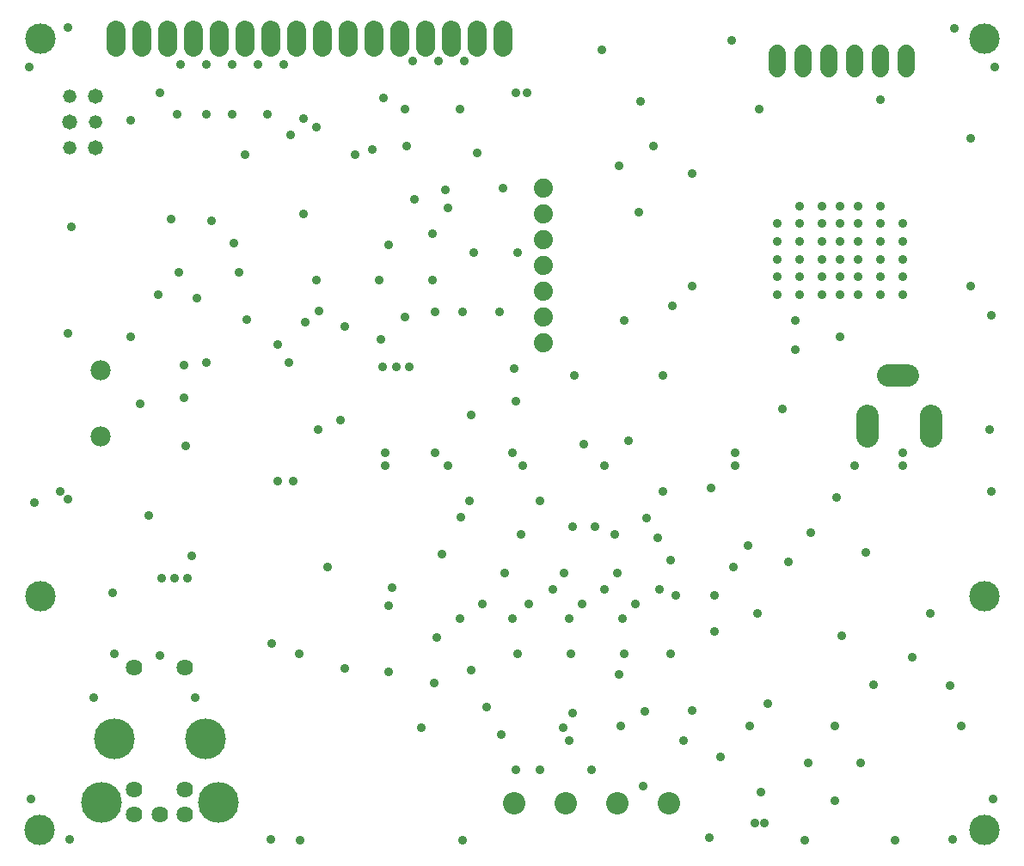
<source format=gbr>
G04 EAGLE Gerber RS-274X export*
G75*
%MOMM*%
%FSLAX34Y34*%
%LPD*%
%INSoldermask Bottom*%
%IPPOS*%
%AMOC8*
5,1,8,0,0,1.08239X$1,22.5*%
G01*
%ADD10C,3.003200*%
%ADD11C,1.879600*%
%ADD12C,1.320800*%
%ADD13C,1.625600*%
%ADD14C,4.019200*%
%ADD15C,2.203200*%
%ADD16C,1.727200*%
%ADD17C,1.879600*%
%ADD18C,2.203200*%
%ADD19C,1.981200*%
%ADD20C,0.909600*%
%ADD21C,1.473200*%


D10*
X24606Y24606D03*
X954881Y24606D03*
D11*
X100013Y796481D02*
X100013Y813245D01*
X125413Y813245D02*
X125413Y796481D01*
X150813Y796481D02*
X150813Y813245D01*
X176213Y813245D02*
X176213Y796481D01*
X201613Y796481D02*
X201613Y813245D01*
X227013Y813245D02*
X227013Y796481D01*
X252413Y796481D02*
X252413Y813245D01*
X277813Y813245D02*
X277813Y796481D01*
X303213Y796481D02*
X303213Y813245D01*
X328613Y813245D02*
X328613Y796481D01*
X354013Y796481D02*
X354013Y813245D01*
X379413Y813245D02*
X379413Y796481D01*
X404813Y796481D02*
X404813Y813245D01*
X430213Y813245D02*
X430213Y796481D01*
X455613Y796481D02*
X455613Y813245D01*
X481013Y813245D02*
X481013Y796481D01*
D10*
X25013Y804863D03*
X25013Y254863D03*
X955013Y804863D03*
X955013Y254863D03*
D12*
X53975Y696913D03*
X79375Y722313D03*
X53975Y747713D03*
D13*
X167875Y39688D03*
X117875Y39688D03*
X142875Y39688D03*
X117875Y184688D03*
X167875Y184688D03*
D14*
X187875Y114688D03*
X97875Y114688D03*
X200375Y52188D03*
X85375Y52188D03*
D13*
X167875Y64688D03*
X117875Y64688D03*
D15*
X839900Y412675D02*
X839900Y432675D01*
X902900Y432675D02*
X902900Y412675D01*
X879900Y472675D02*
X859900Y472675D01*
D16*
X750888Y775018D02*
X750888Y790258D01*
X776288Y790258D02*
X776288Y775018D01*
X801688Y775018D02*
X801688Y790258D01*
X827088Y790258D02*
X827088Y775018D01*
X852488Y775018D02*
X852488Y790258D01*
X877888Y790258D02*
X877888Y775018D01*
D17*
X520700Y581025D03*
X520700Y555625D03*
X520700Y530225D03*
X520700Y504825D03*
X520700Y606425D03*
X520700Y631825D03*
X520700Y657225D03*
D18*
X491914Y51050D03*
X542714Y51050D03*
X593514Y51050D03*
X644314Y51050D03*
D19*
X85000Y412363D03*
X85000Y477363D03*
D20*
X368300Y601663D03*
X385763Y698500D03*
X962025Y358775D03*
X188913Y779463D03*
X214313Y779463D03*
X239713Y779463D03*
X188913Y730250D03*
X214313Y730250D03*
X249238Y730250D03*
X163513Y779463D03*
X160338Y730250D03*
X384175Y735013D03*
X442913Y782638D03*
X595313Y679450D03*
X455613Y692150D03*
X14288Y776288D03*
X52388Y815975D03*
X114300Y723900D03*
X706438Y802481D03*
X768350Y527050D03*
X392113Y782638D03*
X417513Y782638D03*
X438150Y735013D03*
X153988Y627063D03*
X280988Y14288D03*
X577850Y793750D03*
X498475Y315913D03*
X755650Y439738D03*
X812800Y511175D03*
X925513Y814388D03*
X965200Y776288D03*
X265113Y779463D03*
X768350Y498475D03*
X284163Y631825D03*
X481013Y657225D03*
X358775Y566738D03*
X228600Y527844D03*
X695325Y96838D03*
X884238Y195263D03*
X274638Y368300D03*
X253206Y208756D03*
X874713Y384175D03*
X560388Y404813D03*
X517525Y349250D03*
X808038Y53975D03*
X963613Y55563D03*
X923925Y15875D03*
X15875Y55563D03*
X53975Y15875D03*
X684213Y17463D03*
X962025Y531813D03*
X258763Y368300D03*
X709613Y396875D03*
X628650Y698500D03*
X647700Y541338D03*
X280194Y198438D03*
X874713Y396875D03*
X252413Y15081D03*
X352425Y695325D03*
X360363Y508000D03*
D21*
X79375Y696913D03*
D20*
X846138Y168275D03*
X814388Y215900D03*
X838200Y298450D03*
X220663Y574675D03*
X495300Y593725D03*
X479425Y119063D03*
X414338Y534988D03*
X441325Y534988D03*
X600075Y527050D03*
X614363Y633413D03*
X449263Y433388D03*
X414338Y396875D03*
X269875Y485775D03*
X188913Y485775D03*
X168275Y403225D03*
X77788Y155575D03*
X177800Y155575D03*
X19050Y347663D03*
X123825Y444500D03*
X114300Y511175D03*
X441325Y14288D03*
X325438Y520700D03*
X449263Y182563D03*
X595313Y177800D03*
X646113Y198438D03*
X688975Y220663D03*
X688975Y255588D03*
X482600Y277813D03*
X541338Y277813D03*
X571500Y323850D03*
X593725Y277813D03*
X633413Y312738D03*
X650875Y255588D03*
X490538Y233363D03*
X546100Y233363D03*
X598488Y233363D03*
X400050Y125413D03*
X325438Y184150D03*
X307975Y284163D03*
X427038Y384175D03*
X709613Y384175D03*
X722313Y304800D03*
X762000Y288925D03*
X741363Y149225D03*
X666750Y142875D03*
X920750Y166688D03*
X735013Y61913D03*
X517525Y84138D03*
X568325Y84138D03*
X619125Y68263D03*
X658813Y112713D03*
X371475Y263525D03*
X438150Y233363D03*
X420688Y296863D03*
X809625Y352425D03*
X368300Y180975D03*
X415925Y214313D03*
X539750Y125413D03*
X781050Y90488D03*
X833438Y90488D03*
X777875Y14288D03*
X866775Y14288D03*
X96838Y258763D03*
X132000Y334488D03*
X174625Y295275D03*
X52388Y514350D03*
X141288Y552450D03*
X411163Y612775D03*
X492125Y479425D03*
X827088Y384175D03*
X549275Y323850D03*
X365125Y396875D03*
X365125Y384175D03*
X490538Y396875D03*
X581025Y384175D03*
X960438Y419100D03*
X179388Y549275D03*
X55563Y619125D03*
X298450Y419100D03*
X550863Y473075D03*
X500063Y384175D03*
X590550Y315913D03*
X638175Y358775D03*
X439738Y333375D03*
X193675Y625475D03*
X477838Y534988D03*
X361950Y481013D03*
X285750Y525463D03*
X296863Y566738D03*
X638175Y473075D03*
X493713Y750888D03*
X363538Y746125D03*
X812800Y552450D03*
X795338Y552450D03*
X795338Y569913D03*
X830263Y552450D03*
X830263Y569913D03*
X773113Y552450D03*
X852488Y552450D03*
X773113Y569913D03*
X812800Y569913D03*
X852488Y569913D03*
X852488Y587375D03*
X852488Y604838D03*
X852488Y622300D03*
X852488Y639763D03*
X830263Y587375D03*
X812800Y587375D03*
X795338Y587375D03*
X773113Y587375D03*
X773113Y604838D03*
X795338Y604838D03*
X812800Y604838D03*
X830263Y604838D03*
X830263Y622300D03*
X812800Y622300D03*
X795338Y622300D03*
X773113Y622300D03*
X773113Y639763D03*
X795338Y639763D03*
X812800Y639763D03*
X830263Y639763D03*
X142875Y750888D03*
X666750Y671513D03*
X874713Y587375D03*
X750888Y587375D03*
X750888Y604838D03*
X666750Y560388D03*
X874713Y622300D03*
X733425Y735013D03*
X941388Y560388D03*
X874713Y569913D03*
X750888Y622300D03*
X874713Y604838D03*
X750888Y552450D03*
X750888Y569913D03*
X941388Y706438D03*
X874713Y552450D03*
X852488Y744538D03*
D21*
X79375Y747713D03*
D20*
X52388Y350838D03*
X44450Y358775D03*
X504825Y750888D03*
X460375Y247650D03*
X506413Y247650D03*
X558800Y247650D03*
X611188Y247650D03*
X808038Y127000D03*
X931863Y127000D03*
X731838Y238125D03*
X901700Y238125D03*
X368300Y246063D03*
X227013Y690563D03*
X334963Y690563D03*
X144463Y273050D03*
X142875Y196850D03*
X157163Y273050D03*
X98425Y198438D03*
X169863Y273050D03*
X452438Y593725D03*
X622300Y331788D03*
X166688Y450850D03*
X166688Y482600D03*
X215900Y603250D03*
X296863Y717550D03*
X615950Y742950D03*
X258763Y503238D03*
X161925Y574675D03*
X284163Y725488D03*
X271463Y709613D03*
D21*
X53975Y722313D03*
D20*
X604838Y407988D03*
X708025Y284163D03*
X600075Y198438D03*
X547688Y198438D03*
X495300Y198438D03*
X412750Y169863D03*
X546100Y112713D03*
X493713Y84138D03*
X596900Y127000D03*
X620713Y141288D03*
X723900Y127000D03*
X685800Y361950D03*
X784225Y317500D03*
X423863Y655638D03*
X427038Y638175D03*
X493713Y447675D03*
X646113Y290513D03*
X300038Y536575D03*
X447675Y349250D03*
X384175Y530225D03*
X411163Y566738D03*
X388938Y481013D03*
X581025Y261938D03*
X376238Y481013D03*
X530225Y261938D03*
X393700Y646113D03*
X635000Y261938D03*
X320675Y428625D03*
X549275Y139700D03*
X465138Y146050D03*
X728663Y31750D03*
X738188Y31750D03*
M02*

</source>
